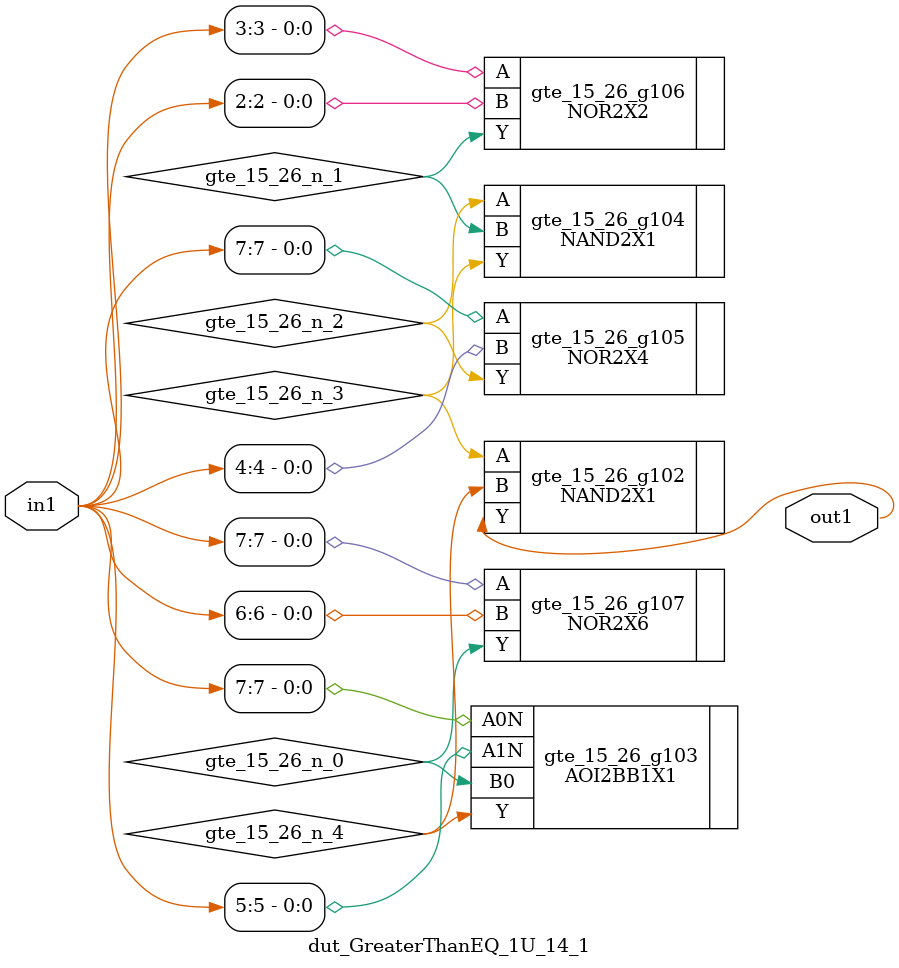
<source format=v>
`timescale 1ps / 1ps


module dut_GreaterThanEQ_1U_14_1(in1, out1);
  input [7:0] in1;
  output out1;
  wire [7:0] in1;
  wire out1;
  wire gte_15_26_n_0, gte_15_26_n_1, gte_15_26_n_2, gte_15_26_n_3,
       gte_15_26_n_4;
  NAND2X1 gte_15_26_g102(.A (gte_15_26_n_3), .B (gte_15_26_n_4), .Y
       (out1));
  AOI2BB1X1 gte_15_26_g103(.A0N (in1[7]), .A1N (in1[5]), .B0
       (gte_15_26_n_0), .Y (gte_15_26_n_4));
  NAND2X1 gte_15_26_g104(.A (gte_15_26_n_2), .B (gte_15_26_n_1), .Y
       (gte_15_26_n_3));
  NOR2X4 gte_15_26_g105(.A (in1[7]), .B (in1[4]), .Y (gte_15_26_n_2));
  NOR2X2 gte_15_26_g106(.A (in1[3]), .B (in1[2]), .Y (gte_15_26_n_1));
  NOR2X6 gte_15_26_g107(.A (in1[7]), .B (in1[6]), .Y (gte_15_26_n_0));
endmodule



</source>
